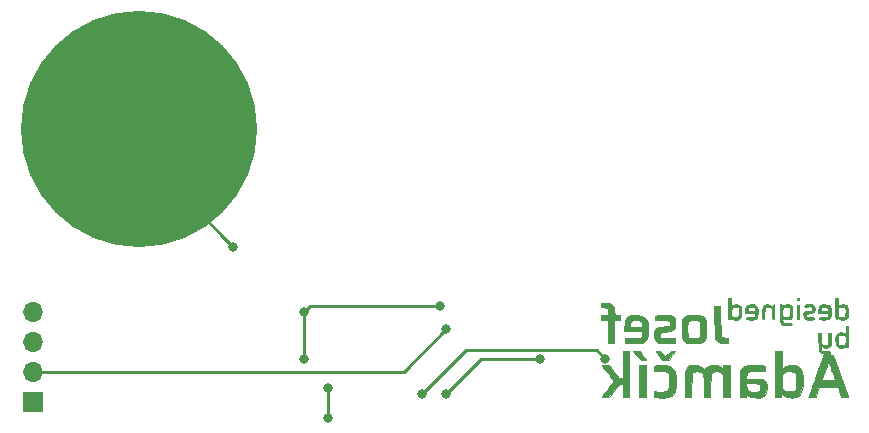
<source format=gbr>
G04 #@! TF.GenerationSoftware,KiCad,Pcbnew,5.1.4-e60b266~84~ubuntu19.04.1*
G04 #@! TF.CreationDate,2019-09-15T18:03:26+02:00*
G04 #@! TF.ProjectId,TouchSensorDev,546f7563-6853-4656-9e73-6f724465762e,rev?*
G04 #@! TF.SameCoordinates,Original*
G04 #@! TF.FileFunction,Copper,L2,Bot*
G04 #@! TF.FilePolarity,Positive*
%FSLAX46Y46*%
G04 Gerber Fmt 4.6, Leading zero omitted, Abs format (unit mm)*
G04 Created by KiCad (PCBNEW 5.1.4-e60b266~84~ubuntu19.04.1) date 2019-09-15 18:03:26*
%MOMM*%
%LPD*%
G04 APERTURE LIST*
%ADD10C,0.010000*%
%ADD11C,20.000000*%
%ADD12O,1.700000X1.700000*%
%ADD13R,1.700000X1.700000*%
%ADD14C,0.800000*%
%ADD15C,0.250000*%
G04 APERTURE END LIST*
D10*
G36*
X86362494Y-54274917D02*
G01*
X86373500Y-56232833D01*
X86881500Y-56232833D01*
X86894787Y-56071600D01*
X86908074Y-55910366D01*
X87069772Y-56056451D01*
X87271611Y-56186150D01*
X87523829Y-56265937D01*
X87805757Y-56291945D01*
X88096720Y-56260305D01*
X88125135Y-56253912D01*
X88331315Y-56172643D01*
X88490986Y-56034111D01*
X88607517Y-55832924D01*
X88684274Y-55563689D01*
X88718636Y-55303764D01*
X88738589Y-54858679D01*
X88719345Y-54470995D01*
X88681505Y-54257002D01*
X88151500Y-54257002D01*
X88151500Y-55541664D01*
X88028010Y-55647885D01*
X87959988Y-55700294D01*
X87891202Y-55730627D01*
X87797991Y-55743443D01*
X87656692Y-55743302D01*
X87552707Y-55739470D01*
X87374248Y-55729444D01*
X87256906Y-55712993D01*
X87177131Y-55683490D01*
X87111374Y-55634310D01*
X87083530Y-55607454D01*
X87037228Y-55558888D01*
X87005055Y-55511240D01*
X86984440Y-55448895D01*
X86972810Y-55356235D01*
X86967594Y-55217643D01*
X86966218Y-55017502D01*
X86966167Y-54894898D01*
X86966167Y-54299721D01*
X87104418Y-54176194D01*
X87181221Y-54113637D01*
X87255007Y-54076698D01*
X87351358Y-54058710D01*
X87495854Y-54053004D01*
X87578307Y-54052667D01*
X87755009Y-54055865D01*
X87871887Y-54069167D01*
X87953663Y-54098129D01*
X88025057Y-54148310D01*
X88032723Y-54154834D01*
X88151500Y-54257002D01*
X88681505Y-54257002D01*
X88661778Y-54145445D01*
X88566762Y-53886766D01*
X88435169Y-53699694D01*
X88420203Y-53685268D01*
X88257693Y-53585263D01*
X88045247Y-53526090D01*
X87804817Y-53506397D01*
X87558357Y-53524833D01*
X87327819Y-53580045D01*
X87135156Y-53670681D01*
X87020025Y-53771487D01*
X86994224Y-53799569D01*
X86975305Y-53803760D01*
X86962183Y-53774078D01*
X86953774Y-53700541D01*
X86948992Y-53573168D01*
X86946755Y-53381977D01*
X86945977Y-53116987D01*
X86945941Y-53089583D01*
X86945000Y-52317000D01*
X86351488Y-52317000D01*
X86362494Y-54274917D01*
X86362494Y-54274917D01*
G37*
X86362494Y-54274917D02*
X86373500Y-56232833D01*
X86881500Y-56232833D01*
X86894787Y-56071600D01*
X86908074Y-55910366D01*
X87069772Y-56056451D01*
X87271611Y-56186150D01*
X87523829Y-56265937D01*
X87805757Y-56291945D01*
X88096720Y-56260305D01*
X88125135Y-56253912D01*
X88331315Y-56172643D01*
X88490986Y-56034111D01*
X88607517Y-55832924D01*
X88684274Y-55563689D01*
X88718636Y-55303764D01*
X88738589Y-54858679D01*
X88719345Y-54470995D01*
X88681505Y-54257002D01*
X88151500Y-54257002D01*
X88151500Y-55541664D01*
X88028010Y-55647885D01*
X87959988Y-55700294D01*
X87891202Y-55730627D01*
X87797991Y-55743443D01*
X87656692Y-55743302D01*
X87552707Y-55739470D01*
X87374248Y-55729444D01*
X87256906Y-55712993D01*
X87177131Y-55683490D01*
X87111374Y-55634310D01*
X87083530Y-55607454D01*
X87037228Y-55558888D01*
X87005055Y-55511240D01*
X86984440Y-55448895D01*
X86972810Y-55356235D01*
X86967594Y-55217643D01*
X86966218Y-55017502D01*
X86966167Y-54894898D01*
X86966167Y-54299721D01*
X87104418Y-54176194D01*
X87181221Y-54113637D01*
X87255007Y-54076698D01*
X87351358Y-54058710D01*
X87495854Y-54053004D01*
X87578307Y-54052667D01*
X87755009Y-54055865D01*
X87871887Y-54069167D01*
X87953663Y-54098129D01*
X88025057Y-54148310D01*
X88032723Y-54154834D01*
X88151500Y-54257002D01*
X88681505Y-54257002D01*
X88661778Y-54145445D01*
X88566762Y-53886766D01*
X88435169Y-53699694D01*
X88420203Y-53685268D01*
X88257693Y-53585263D01*
X88045247Y-53526090D01*
X87804817Y-53506397D01*
X87558357Y-53524833D01*
X87327819Y-53580045D01*
X87135156Y-53670681D01*
X87020025Y-53771487D01*
X86994224Y-53799569D01*
X86975305Y-53803760D01*
X86962183Y-53774078D01*
X86953774Y-53700541D01*
X86948992Y-53573168D01*
X86946755Y-53381977D01*
X86945977Y-53116987D01*
X86945941Y-53089583D01*
X86945000Y-52317000D01*
X86351488Y-52317000D01*
X86362494Y-54274917D01*
G36*
X84413923Y-53528882D02*
G01*
X84191464Y-53538449D01*
X84006046Y-53552444D01*
X83877455Y-53570587D01*
X83846200Y-53579001D01*
X83672616Y-53678502D01*
X83523562Y-53832345D01*
X83423776Y-54012331D01*
X83403558Y-54083511D01*
X83394327Y-54171083D01*
X83385975Y-54328993D01*
X83378924Y-54542914D01*
X83373593Y-54798520D01*
X83370401Y-55081483D01*
X83369720Y-55238000D01*
X83367833Y-56232833D01*
X83875833Y-56232833D01*
X83918167Y-55907509D01*
X84024000Y-56022710D01*
X84138358Y-56120723D01*
X84265996Y-56195916D01*
X84267332Y-56196488D01*
X84405476Y-56234986D01*
X84595514Y-56262614D01*
X84805120Y-56277200D01*
X85001970Y-56276572D01*
X85153739Y-56258558D01*
X85161801Y-56256600D01*
X85377787Y-56167169D01*
X85533460Y-56022583D01*
X85630906Y-55819640D01*
X85672212Y-55555141D01*
X85674005Y-55470833D01*
X85670776Y-55432661D01*
X85124667Y-55432661D01*
X85114368Y-55580752D01*
X85074898Y-55681822D01*
X84993394Y-55744374D01*
X84856997Y-55776912D01*
X84652843Y-55787940D01*
X84586749Y-55788333D01*
X84410063Y-55786039D01*
X84293539Y-55775118D01*
X84212714Y-55749507D01*
X84143122Y-55703146D01*
X84102824Y-55668445D01*
X84020911Y-55582007D01*
X83975745Y-55487796D01*
X83952650Y-55351536D01*
X83948747Y-55308611D01*
X83928849Y-55068667D01*
X84449341Y-55068667D01*
X84702537Y-55071495D01*
X84883260Y-55084335D01*
X85003630Y-55113720D01*
X85075770Y-55166184D01*
X85111801Y-55248260D01*
X85123844Y-55366481D01*
X85124667Y-55432661D01*
X85670776Y-55432661D01*
X85649580Y-55182133D01*
X85577454Y-54961640D01*
X85456523Y-54806870D01*
X85348273Y-54738990D01*
X85265667Y-54709159D01*
X85161786Y-54688661D01*
X85020878Y-54676106D01*
X84827191Y-54670102D01*
X84564971Y-54669257D01*
X84559226Y-54669282D01*
X83930286Y-54672064D01*
X83948187Y-54424583D01*
X83960279Y-54290118D01*
X83981938Y-54190452D01*
X84024571Y-54120373D01*
X84099583Y-54074675D01*
X84218380Y-54048145D01*
X84392368Y-54035576D01*
X84632953Y-54031758D01*
X84808825Y-54031500D01*
X85505715Y-54031500D01*
X85505691Y-53810056D01*
X85501932Y-53679152D01*
X85483152Y-53608272D01*
X85438040Y-53572858D01*
X85389250Y-53557226D01*
X85278405Y-53540469D01*
X85105663Y-53529535D01*
X84890810Y-53524145D01*
X84653634Y-53524021D01*
X84413923Y-53528882D01*
X84413923Y-53528882D01*
G37*
X84413923Y-53528882D02*
X84191464Y-53538449D01*
X84006046Y-53552444D01*
X83877455Y-53570587D01*
X83846200Y-53579001D01*
X83672616Y-53678502D01*
X83523562Y-53832345D01*
X83423776Y-54012331D01*
X83403558Y-54083511D01*
X83394327Y-54171083D01*
X83385975Y-54328993D01*
X83378924Y-54542914D01*
X83373593Y-54798520D01*
X83370401Y-55081483D01*
X83369720Y-55238000D01*
X83367833Y-56232833D01*
X83875833Y-56232833D01*
X83918167Y-55907509D01*
X84024000Y-56022710D01*
X84138358Y-56120723D01*
X84265996Y-56195916D01*
X84267332Y-56196488D01*
X84405476Y-56234986D01*
X84595514Y-56262614D01*
X84805120Y-56277200D01*
X85001970Y-56276572D01*
X85153739Y-56258558D01*
X85161801Y-56256600D01*
X85377787Y-56167169D01*
X85533460Y-56022583D01*
X85630906Y-55819640D01*
X85672212Y-55555141D01*
X85674005Y-55470833D01*
X85670776Y-55432661D01*
X85124667Y-55432661D01*
X85114368Y-55580752D01*
X85074898Y-55681822D01*
X84993394Y-55744374D01*
X84856997Y-55776912D01*
X84652843Y-55787940D01*
X84586749Y-55788333D01*
X84410063Y-55786039D01*
X84293539Y-55775118D01*
X84212714Y-55749507D01*
X84143122Y-55703146D01*
X84102824Y-55668445D01*
X84020911Y-55582007D01*
X83975745Y-55487796D01*
X83952650Y-55351536D01*
X83948747Y-55308611D01*
X83928849Y-55068667D01*
X84449341Y-55068667D01*
X84702537Y-55071495D01*
X84883260Y-55084335D01*
X85003630Y-55113720D01*
X85075770Y-55166184D01*
X85111801Y-55248260D01*
X85123844Y-55366481D01*
X85124667Y-55432661D01*
X85670776Y-55432661D01*
X85649580Y-55182133D01*
X85577454Y-54961640D01*
X85456523Y-54806870D01*
X85348273Y-54738990D01*
X85265667Y-54709159D01*
X85161786Y-54688661D01*
X85020878Y-54676106D01*
X84827191Y-54670102D01*
X84564971Y-54669257D01*
X84559226Y-54669282D01*
X83930286Y-54672064D01*
X83948187Y-54424583D01*
X83960279Y-54290118D01*
X83981938Y-54190452D01*
X84024571Y-54120373D01*
X84099583Y-54074675D01*
X84218380Y-54048145D01*
X84392368Y-54035576D01*
X84632953Y-54031758D01*
X84808825Y-54031500D01*
X85505715Y-54031500D01*
X85505691Y-53810056D01*
X85501932Y-53679152D01*
X85483152Y-53608272D01*
X85438040Y-53572858D01*
X85389250Y-53557226D01*
X85278405Y-53540469D01*
X85105663Y-53529535D01*
X84890810Y-53524145D01*
X84653634Y-53524021D01*
X84413923Y-53528882D01*
G36*
X76636833Y-53514681D02*
G01*
X76417725Y-53529475D01*
X76269372Y-53547591D01*
X76177981Y-53576842D01*
X76129762Y-53625042D01*
X76110922Y-53700004D01*
X76107668Y-53809540D01*
X76107667Y-53814451D01*
X76107667Y-54032844D01*
X76566811Y-54017129D01*
X76791739Y-54012510D01*
X76951173Y-54017835D01*
X77063884Y-54034776D01*
X77148639Y-54065005D01*
X77158223Y-54069811D01*
X77249283Y-54125215D01*
X77314171Y-54191891D01*
X77357183Y-54284330D01*
X77382616Y-54417023D01*
X77394768Y-54604458D01*
X77397934Y-54861126D01*
X77397933Y-54878167D01*
X77391245Y-55184426D01*
X77365449Y-55415997D01*
X77311411Y-55582265D01*
X77219998Y-55692618D01*
X77082078Y-55756443D01*
X76888518Y-55783127D01*
X76630184Y-55782058D01*
X76523541Y-55776907D01*
X76107667Y-55753991D01*
X76107667Y-55978300D01*
X76116636Y-56128200D01*
X76145769Y-56208197D01*
X76171144Y-56226966D01*
X76261001Y-56244981D01*
X76412393Y-56259204D01*
X76602252Y-56269079D01*
X76807507Y-56274048D01*
X77005091Y-56273554D01*
X77171932Y-56267038D01*
X77284962Y-56253944D01*
X77285200Y-56253893D01*
X77542349Y-56164456D01*
X77736389Y-56018615D01*
X77859295Y-55834473D01*
X77893268Y-55752855D01*
X77917511Y-55667655D01*
X77933624Y-55562995D01*
X77943203Y-55422996D01*
X77947848Y-55231777D01*
X77949158Y-54973459D01*
X77949167Y-54941667D01*
X77947531Y-54663331D01*
X77941726Y-54453869D01*
X77930403Y-54297535D01*
X77912214Y-54178584D01*
X77885813Y-54081268D01*
X77872336Y-54044056D01*
X77760229Y-53836997D01*
X77600624Y-53682523D01*
X77387457Y-53578035D01*
X77114668Y-53520937D01*
X76776192Y-53508631D01*
X76636833Y-53514681D01*
X76636833Y-53514681D01*
G37*
X76636833Y-53514681D02*
X76417725Y-53529475D01*
X76269372Y-53547591D01*
X76177981Y-53576842D01*
X76129762Y-53625042D01*
X76110922Y-53700004D01*
X76107668Y-53809540D01*
X76107667Y-53814451D01*
X76107667Y-54032844D01*
X76566811Y-54017129D01*
X76791739Y-54012510D01*
X76951173Y-54017835D01*
X77063884Y-54034776D01*
X77148639Y-54065005D01*
X77158223Y-54069811D01*
X77249283Y-54125215D01*
X77314171Y-54191891D01*
X77357183Y-54284330D01*
X77382616Y-54417023D01*
X77394768Y-54604458D01*
X77397934Y-54861126D01*
X77397933Y-54878167D01*
X77391245Y-55184426D01*
X77365449Y-55415997D01*
X77311411Y-55582265D01*
X77219998Y-55692618D01*
X77082078Y-55756443D01*
X76888518Y-55783127D01*
X76630184Y-55782058D01*
X76523541Y-55776907D01*
X76107667Y-55753991D01*
X76107667Y-55978300D01*
X76116636Y-56128200D01*
X76145769Y-56208197D01*
X76171144Y-56226966D01*
X76261001Y-56244981D01*
X76412393Y-56259204D01*
X76602252Y-56269079D01*
X76807507Y-56274048D01*
X77005091Y-56273554D01*
X77171932Y-56267038D01*
X77284962Y-56253944D01*
X77285200Y-56253893D01*
X77542349Y-56164456D01*
X77736389Y-56018615D01*
X77859295Y-55834473D01*
X77893268Y-55752855D01*
X77917511Y-55667655D01*
X77933624Y-55562995D01*
X77943203Y-55422996D01*
X77947848Y-55231777D01*
X77949158Y-54973459D01*
X77949167Y-54941667D01*
X77947531Y-54663331D01*
X77941726Y-54453869D01*
X77930403Y-54297535D01*
X77912214Y-54178584D01*
X77885813Y-54081268D01*
X77872336Y-54044056D01*
X77760229Y-53836997D01*
X77600624Y-53682523D01*
X77387457Y-53578035D01*
X77114668Y-53520937D01*
X76776192Y-53508631D01*
X76636833Y-53514681D01*
G36*
X89848135Y-54379810D02*
G01*
X89716225Y-54749101D01*
X89592798Y-55094695D01*
X89480835Y-55408242D01*
X89383316Y-55681394D01*
X89303221Y-55905803D01*
X89243530Y-56073119D01*
X89207224Y-56174996D01*
X89197270Y-56203044D01*
X89206404Y-56231638D01*
X89267668Y-56246107D01*
X89393837Y-56248323D01*
X89486323Y-56245378D01*
X89794542Y-56232833D01*
X89952890Y-55809500D01*
X90111239Y-55386167D01*
X91663431Y-55386167D01*
X91967059Y-56232833D01*
X92574929Y-56257701D01*
X92427357Y-55843100D01*
X92377186Y-55702550D01*
X92302997Y-55495268D01*
X92209430Y-55234190D01*
X92101125Y-54932252D01*
X92058918Y-54814667D01*
X91471926Y-54814667D01*
X90293089Y-54814667D01*
X90350518Y-54655917D01*
X90386741Y-54555573D01*
X90444022Y-54396657D01*
X90514758Y-54200264D01*
X90591351Y-53987489D01*
X90598364Y-53968000D01*
X90674157Y-53758551D01*
X90744128Y-53567326D01*
X90801008Y-53414046D01*
X90837530Y-53318432D01*
X90840174Y-53311833D01*
X90891566Y-53184833D01*
X90967174Y-53396500D01*
X91008866Y-53513389D01*
X91071462Y-53689101D01*
X91147502Y-53902683D01*
X91229525Y-54133185D01*
X91257355Y-54211417D01*
X91471926Y-54814667D01*
X92058918Y-54814667D01*
X91982722Y-54602392D01*
X91858861Y-54257546D01*
X91777625Y-54031500D01*
X91275466Y-52634500D01*
X90877650Y-52622976D01*
X90479833Y-52611453D01*
X89848135Y-54379810D01*
X89848135Y-54379810D01*
G37*
X89848135Y-54379810D02*
X89716225Y-54749101D01*
X89592798Y-55094695D01*
X89480835Y-55408242D01*
X89383316Y-55681394D01*
X89303221Y-55905803D01*
X89243530Y-56073119D01*
X89207224Y-56174996D01*
X89197270Y-56203044D01*
X89206404Y-56231638D01*
X89267668Y-56246107D01*
X89393837Y-56248323D01*
X89486323Y-56245378D01*
X89794542Y-56232833D01*
X89952890Y-55809500D01*
X90111239Y-55386167D01*
X91663431Y-55386167D01*
X91967059Y-56232833D01*
X92574929Y-56257701D01*
X92427357Y-55843100D01*
X92377186Y-55702550D01*
X92302997Y-55495268D01*
X92209430Y-55234190D01*
X92101125Y-54932252D01*
X92058918Y-54814667D01*
X91471926Y-54814667D01*
X90293089Y-54814667D01*
X90350518Y-54655917D01*
X90386741Y-54555573D01*
X90444022Y-54396657D01*
X90514758Y-54200264D01*
X90591351Y-53987489D01*
X90598364Y-53968000D01*
X90674157Y-53758551D01*
X90744128Y-53567326D01*
X90801008Y-53414046D01*
X90837530Y-53318432D01*
X90840174Y-53311833D01*
X90891566Y-53184833D01*
X90967174Y-53396500D01*
X91008866Y-53513389D01*
X91071462Y-53689101D01*
X91147502Y-53902683D01*
X91229525Y-54133185D01*
X91257355Y-54211417D01*
X91471926Y-54814667D01*
X92058918Y-54814667D01*
X91982722Y-54602392D01*
X91858861Y-54257546D01*
X91777625Y-54031500D01*
X91275466Y-52634500D01*
X90877650Y-52622976D01*
X90479833Y-52611453D01*
X89848135Y-54379810D01*
G36*
X80983910Y-53508702D02*
G01*
X80762796Y-53564169D01*
X80576624Y-53664138D01*
X80443776Y-53807689D01*
X80436005Y-53821023D01*
X80404545Y-53851788D01*
X80355919Y-53836321D01*
X80272416Y-53767267D01*
X80245000Y-53741698D01*
X80039238Y-53604538D01*
X79779759Y-53526231D01*
X79476083Y-53509329D01*
X79398172Y-53514648D01*
X79174059Y-53556347D01*
X79006948Y-53642748D01*
X78875492Y-53786460D01*
X78838167Y-53845425D01*
X78812551Y-53894446D01*
X78792419Y-53951423D01*
X78776946Y-54027065D01*
X78765307Y-54132080D01*
X78756678Y-54277175D01*
X78750233Y-54473059D01*
X78745147Y-54730440D01*
X78740596Y-55060025D01*
X78739845Y-55121583D01*
X78726189Y-56254000D01*
X79275951Y-56254000D01*
X79289892Y-55234205D01*
X79294448Y-54914770D01*
X79299016Y-54669240D01*
X79304708Y-54486857D01*
X79312638Y-54356866D01*
X79323917Y-54268510D01*
X79339660Y-54211035D01*
X79360980Y-54173683D01*
X79388987Y-54145700D01*
X79403773Y-54133538D01*
X79513048Y-54084248D01*
X79672593Y-54056346D01*
X79850348Y-54051475D01*
X80014252Y-54071274D01*
X80097873Y-54098012D01*
X80165106Y-54133026D01*
X80217333Y-54176357D01*
X80256632Y-54238538D01*
X80285083Y-54330106D01*
X80304764Y-54461595D01*
X80317756Y-54643542D01*
X80326136Y-54886481D01*
X80331983Y-55200947D01*
X80333278Y-55290917D01*
X80346723Y-56254000D01*
X80891333Y-56254000D01*
X80894424Y-55439083D01*
X80897994Y-55061823D01*
X80906150Y-54760766D01*
X80919813Y-54527528D01*
X80939908Y-54353724D01*
X80967358Y-54230969D01*
X81003086Y-54150881D01*
X81040795Y-54109985D01*
X81133809Y-54075987D01*
X81288924Y-54056241D01*
X81405064Y-54052667D01*
X81571087Y-54057666D01*
X81681408Y-54077480D01*
X81764648Y-54119327D01*
X81809723Y-54154751D01*
X81928500Y-54256836D01*
X81949667Y-55244835D01*
X81970833Y-56232833D01*
X82256583Y-56245351D01*
X82542333Y-56257868D01*
X82542333Y-53544667D01*
X81992000Y-53544667D01*
X81992000Y-53896321D01*
X81850138Y-53750250D01*
X81673079Y-53618510D01*
X81457433Y-53534952D01*
X81221582Y-53498656D01*
X80983910Y-53508702D01*
X80983910Y-53508702D01*
G37*
X80983910Y-53508702D02*
X80762796Y-53564169D01*
X80576624Y-53664138D01*
X80443776Y-53807689D01*
X80436005Y-53821023D01*
X80404545Y-53851788D01*
X80355919Y-53836321D01*
X80272416Y-53767267D01*
X80245000Y-53741698D01*
X80039238Y-53604538D01*
X79779759Y-53526231D01*
X79476083Y-53509329D01*
X79398172Y-53514648D01*
X79174059Y-53556347D01*
X79006948Y-53642748D01*
X78875492Y-53786460D01*
X78838167Y-53845425D01*
X78812551Y-53894446D01*
X78792419Y-53951423D01*
X78776946Y-54027065D01*
X78765307Y-54132080D01*
X78756678Y-54277175D01*
X78750233Y-54473059D01*
X78745147Y-54730440D01*
X78740596Y-55060025D01*
X78739845Y-55121583D01*
X78726189Y-56254000D01*
X79275951Y-56254000D01*
X79289892Y-55234205D01*
X79294448Y-54914770D01*
X79299016Y-54669240D01*
X79304708Y-54486857D01*
X79312638Y-54356866D01*
X79323917Y-54268510D01*
X79339660Y-54211035D01*
X79360980Y-54173683D01*
X79388987Y-54145700D01*
X79403773Y-54133538D01*
X79513048Y-54084248D01*
X79672593Y-54056346D01*
X79850348Y-54051475D01*
X80014252Y-54071274D01*
X80097873Y-54098012D01*
X80165106Y-54133026D01*
X80217333Y-54176357D01*
X80256632Y-54238538D01*
X80285083Y-54330106D01*
X80304764Y-54461595D01*
X80317756Y-54643542D01*
X80326136Y-54886481D01*
X80331983Y-55200947D01*
X80333278Y-55290917D01*
X80346723Y-56254000D01*
X80891333Y-56254000D01*
X80894424Y-55439083D01*
X80897994Y-55061823D01*
X80906150Y-54760766D01*
X80919813Y-54527528D01*
X80939908Y-54353724D01*
X80967358Y-54230969D01*
X81003086Y-54150881D01*
X81040795Y-54109985D01*
X81133809Y-54075987D01*
X81288924Y-54056241D01*
X81405064Y-54052667D01*
X81571087Y-54057666D01*
X81681408Y-54077480D01*
X81764648Y-54119327D01*
X81809723Y-54154751D01*
X81928500Y-54256836D01*
X81949667Y-55244835D01*
X81970833Y-56232833D01*
X82256583Y-56245351D01*
X82542333Y-56257868D01*
X82542333Y-53544667D01*
X81992000Y-53544667D01*
X81992000Y-53896321D01*
X81850138Y-53750250D01*
X81673079Y-53618510D01*
X81457433Y-53534952D01*
X81221582Y-53498656D01*
X80983910Y-53508702D01*
G36*
X74880000Y-56254000D02*
G01*
X75430333Y-56254000D01*
X75430333Y-53544667D01*
X74880000Y-53544667D01*
X74880000Y-56254000D01*
X74880000Y-56254000D01*
G37*
X74880000Y-56254000D02*
X75430333Y-56254000D01*
X75430333Y-53544667D01*
X74880000Y-53544667D01*
X74880000Y-56254000D01*
G36*
X73473097Y-53470583D02*
G01*
X73461833Y-54624167D01*
X73325972Y-54637304D01*
X73272953Y-54638524D01*
X73223370Y-54624816D01*
X73167448Y-54586950D01*
X73095410Y-54515694D01*
X72997481Y-54401819D01*
X72863885Y-54236093D01*
X72754472Y-54097695D01*
X72318833Y-53544949D01*
X72008272Y-53544808D01*
X71697710Y-53544667D01*
X71922051Y-53830417D01*
X72058443Y-54003652D01*
X72217612Y-54205093D01*
X72369537Y-54396756D01*
X72398871Y-54433667D01*
X72512466Y-54576789D01*
X72608297Y-54698030D01*
X72672554Y-54779895D01*
X72689161Y-54801436D01*
X72679467Y-54854097D01*
X72616259Y-54967762D01*
X72498985Y-55143277D01*
X72327097Y-55381488D01*
X72215986Y-55530367D01*
X72060581Y-55737838D01*
X71924209Y-55921942D01*
X71814536Y-56072164D01*
X71739225Y-56177989D01*
X71705941Y-56228898D01*
X71705000Y-56231515D01*
X71743820Y-56242415D01*
X71846251Y-56250375D01*
X71991247Y-56253861D01*
X72011917Y-56253906D01*
X72318833Y-56253811D01*
X72742167Y-55703667D01*
X72899880Y-55499754D01*
X73016567Y-55353647D01*
X73102407Y-55255726D01*
X73167577Y-55196369D01*
X73222257Y-55165953D01*
X73276624Y-55154858D01*
X73324250Y-55153427D01*
X73483000Y-55153333D01*
X73483000Y-56254000D01*
X74033333Y-56254000D01*
X74033333Y-52317000D01*
X73484361Y-52317000D01*
X73473097Y-53470583D01*
X73473097Y-53470583D01*
G37*
X73473097Y-53470583D02*
X73461833Y-54624167D01*
X73325972Y-54637304D01*
X73272953Y-54638524D01*
X73223370Y-54624816D01*
X73167448Y-54586950D01*
X73095410Y-54515694D01*
X72997481Y-54401819D01*
X72863885Y-54236093D01*
X72754472Y-54097695D01*
X72318833Y-53544949D01*
X72008272Y-53544808D01*
X71697710Y-53544667D01*
X71922051Y-53830417D01*
X72058443Y-54003652D01*
X72217612Y-54205093D01*
X72369537Y-54396756D01*
X72398871Y-54433667D01*
X72512466Y-54576789D01*
X72608297Y-54698030D01*
X72672554Y-54779895D01*
X72689161Y-54801436D01*
X72679467Y-54854097D01*
X72616259Y-54967762D01*
X72498985Y-55143277D01*
X72327097Y-55381488D01*
X72215986Y-55530367D01*
X72060581Y-55737838D01*
X71924209Y-55921942D01*
X71814536Y-56072164D01*
X71739225Y-56177989D01*
X71705941Y-56228898D01*
X71705000Y-56231515D01*
X71743820Y-56242415D01*
X71846251Y-56250375D01*
X71991247Y-56253861D01*
X72011917Y-56253906D01*
X72318833Y-56253811D01*
X72742167Y-55703667D01*
X72899880Y-55499754D01*
X73016567Y-55353647D01*
X73102407Y-55255726D01*
X73167577Y-55196369D01*
X73222257Y-55165953D01*
X73276624Y-55154858D01*
X73324250Y-55153427D01*
X73483000Y-55153333D01*
X73483000Y-56254000D01*
X74033333Y-56254000D01*
X74033333Y-52317000D01*
X73484361Y-52317000D01*
X73473097Y-53470583D01*
G36*
X76351646Y-52322086D02*
G01*
X76284924Y-52334930D01*
X76277000Y-52342161D01*
X76300293Y-52384865D01*
X76363194Y-52480322D01*
X76455240Y-52613010D01*
X76533884Y-52723161D01*
X76790768Y-53079000D01*
X77073634Y-53077644D01*
X77356500Y-53076287D01*
X77621586Y-52707227D01*
X77886673Y-52338167D01*
X77694708Y-52325224D01*
X77593716Y-52322098D01*
X77518784Y-52337550D01*
X77446877Y-52384211D01*
X77354962Y-52474713D01*
X77286128Y-52549294D01*
X77069513Y-52786305D01*
X76860370Y-52551652D01*
X76747791Y-52429886D01*
X76665523Y-52359527D01*
X76590036Y-52326642D01*
X76497799Y-52317296D01*
X76464114Y-52317000D01*
X76351646Y-52322086D01*
X76351646Y-52322086D01*
G37*
X76351646Y-52322086D02*
X76284924Y-52334930D01*
X76277000Y-52342161D01*
X76300293Y-52384865D01*
X76363194Y-52480322D01*
X76455240Y-52613010D01*
X76533884Y-52723161D01*
X76790768Y-53079000D01*
X77073634Y-53077644D01*
X77356500Y-53076287D01*
X77621586Y-52707227D01*
X77886673Y-52338167D01*
X77694708Y-52325224D01*
X77593716Y-52322098D01*
X77518784Y-52337550D01*
X77446877Y-52384211D01*
X77354962Y-52474713D01*
X77286128Y-52549294D01*
X77069513Y-52786305D01*
X76860370Y-52551652D01*
X76747791Y-52429886D01*
X76665523Y-52359527D01*
X76590036Y-52326642D01*
X76497799Y-52317296D01*
X76464114Y-52317000D01*
X76351646Y-52322086D01*
G36*
X74395531Y-52412250D02*
G01*
X74459986Y-52485031D01*
X74565163Y-52598646D01*
X74692659Y-52733324D01*
X74750207Y-52793250D01*
X74881669Y-52927163D01*
X74974926Y-53010989D01*
X75049654Y-53056434D01*
X75125532Y-53075200D01*
X75222236Y-53078993D01*
X75230613Y-53079000D01*
X75355211Y-53073106D01*
X75407021Y-53053148D01*
X75404386Y-53026083D01*
X75367385Y-52969901D01*
X75293846Y-52863163D01*
X75196461Y-52724194D01*
X75140475Y-52645083D01*
X74907507Y-52317000D01*
X74316545Y-52317000D01*
X74395531Y-52412250D01*
X74395531Y-52412250D01*
G37*
X74395531Y-52412250D02*
X74459986Y-52485031D01*
X74565163Y-52598646D01*
X74692659Y-52733324D01*
X74750207Y-52793250D01*
X74881669Y-52927163D01*
X74974926Y-53010989D01*
X75049654Y-53056434D01*
X75125532Y-53075200D01*
X75222236Y-53078993D01*
X75230613Y-53079000D01*
X75355211Y-53073106D01*
X75407021Y-53053148D01*
X75404386Y-53026083D01*
X75367385Y-52969901D01*
X75293846Y-52863163D01*
X75196461Y-52724194D01*
X75140475Y-52645083D01*
X74907507Y-52317000D01*
X74316545Y-52317000D01*
X74395531Y-52412250D01*
G36*
X90882000Y-51271367D02*
G01*
X90877068Y-51525059D01*
X90862395Y-51698934D01*
X90838169Y-51791050D01*
X90831200Y-51800533D01*
X90747220Y-51837498D01*
X90618261Y-51849721D01*
X90480102Y-51837887D01*
X90368524Y-51802683D01*
X90350341Y-51791322D01*
X90313385Y-51754117D01*
X90288142Y-51695570D01*
X90271624Y-51599304D01*
X90260846Y-51448945D01*
X90253838Y-51262155D01*
X90239509Y-50793000D01*
X90024669Y-50793000D01*
X90045401Y-51523250D01*
X90054031Y-51768100D01*
X90064897Y-51987080D01*
X90076978Y-52164600D01*
X90089253Y-52285068D01*
X90098197Y-52329149D01*
X90180371Y-52427213D01*
X90331793Y-52491794D01*
X90556321Y-52524150D01*
X90710565Y-52528667D01*
X90880380Y-52526739D01*
X90982397Y-52518317D01*
X91033446Y-52499440D01*
X91050357Y-52466148D01*
X91051333Y-52448482D01*
X91041972Y-52407781D01*
X91002713Y-52381890D01*
X90916799Y-52366058D01*
X90767470Y-52355532D01*
X90714555Y-52353004D01*
X90549825Y-52340105D01*
X90416225Y-52319679D01*
X90337807Y-52295658D01*
X90330215Y-52290148D01*
X90295081Y-52220519D01*
X90265170Y-52104440D01*
X90258572Y-52063052D01*
X90234491Y-51883518D01*
X90335996Y-51947056D01*
X90459202Y-52006788D01*
X90555503Y-52038001D01*
X90691577Y-52045329D01*
X90840559Y-52018231D01*
X90970405Y-51965962D01*
X91049072Y-51897775D01*
X91050614Y-51895012D01*
X91067466Y-51822530D01*
X91081226Y-51685314D01*
X91090441Y-51503282D01*
X91093667Y-51303783D01*
X91093667Y-50793000D01*
X90882000Y-50793000D01*
X90882000Y-51271367D01*
X90882000Y-51271367D01*
G37*
X90882000Y-51271367D02*
X90877068Y-51525059D01*
X90862395Y-51698934D01*
X90838169Y-51791050D01*
X90831200Y-51800533D01*
X90747220Y-51837498D01*
X90618261Y-51849721D01*
X90480102Y-51837887D01*
X90368524Y-51802683D01*
X90350341Y-51791322D01*
X90313385Y-51754117D01*
X90288142Y-51695570D01*
X90271624Y-51599304D01*
X90260846Y-51448945D01*
X90253838Y-51262155D01*
X90239509Y-50793000D01*
X90024669Y-50793000D01*
X90045401Y-51523250D01*
X90054031Y-51768100D01*
X90064897Y-51987080D01*
X90076978Y-52164600D01*
X90089253Y-52285068D01*
X90098197Y-52329149D01*
X90180371Y-52427213D01*
X90331793Y-52491794D01*
X90556321Y-52524150D01*
X90710565Y-52528667D01*
X90880380Y-52526739D01*
X90982397Y-52518317D01*
X91033446Y-52499440D01*
X91050357Y-52466148D01*
X91051333Y-52448482D01*
X91041972Y-52407781D01*
X91002713Y-52381890D01*
X90916799Y-52366058D01*
X90767470Y-52355532D01*
X90714555Y-52353004D01*
X90549825Y-52340105D01*
X90416225Y-52319679D01*
X90337807Y-52295658D01*
X90330215Y-52290148D01*
X90295081Y-52220519D01*
X90265170Y-52104440D01*
X90258572Y-52063052D01*
X90234491Y-51883518D01*
X90335996Y-51947056D01*
X90459202Y-52006788D01*
X90555503Y-52038001D01*
X90691577Y-52045329D01*
X90840559Y-52018231D01*
X90970405Y-51965962D01*
X91049072Y-51897775D01*
X91050614Y-51895012D01*
X91067466Y-51822530D01*
X91081226Y-51685314D01*
X91090441Y-51503282D01*
X91093667Y-51303783D01*
X91093667Y-50793000D01*
X90882000Y-50793000D01*
X90882000Y-51271367D01*
G36*
X92418423Y-50203596D02*
G01*
X92387169Y-50224512D01*
X92370870Y-50279773D01*
X92364659Y-50386071D01*
X92363667Y-50560099D01*
X92363667Y-50926145D01*
X92252124Y-50838406D01*
X92110159Y-50772438D01*
X91932107Y-50751591D01*
X91754836Y-50778022D01*
X91686333Y-50805311D01*
X91582997Y-50903586D01*
X91513218Y-51072963D01*
X91479800Y-51305658D01*
X91477292Y-51385667D01*
X91489539Y-51638194D01*
X91534020Y-51820505D01*
X91614281Y-51942041D01*
X91709064Y-52002882D01*
X91904651Y-52054049D01*
X92108587Y-52037721D01*
X92130833Y-52032552D01*
X92234623Y-51986602D01*
X92284353Y-51950969D01*
X92340847Y-51912151D01*
X92370981Y-51937793D01*
X92378274Y-51955339D01*
X92436317Y-52009154D01*
X92489338Y-52020667D01*
X92517639Y-52017757D01*
X92538934Y-52002008D01*
X92554220Y-51962890D01*
X92564492Y-51889870D01*
X92570744Y-51772420D01*
X92573971Y-51600008D01*
X92574942Y-51406833D01*
X92363667Y-51406833D01*
X92351368Y-51609690D01*
X92308277Y-51742871D01*
X92225104Y-51818593D01*
X92092558Y-51849072D01*
X92025624Y-51851333D01*
X91860119Y-51834918D01*
X91756770Y-51788524D01*
X91752857Y-51784809D01*
X91713873Y-51714989D01*
X91692624Y-51592574D01*
X91686333Y-51406833D01*
X91694285Y-51206893D01*
X91725320Y-51076613D01*
X91790204Y-51001884D01*
X91899707Y-50968600D01*
X92025624Y-50962333D01*
X92179896Y-50978506D01*
X92281181Y-51035167D01*
X92338768Y-51144533D01*
X92361947Y-51318819D01*
X92363667Y-51406833D01*
X92574942Y-51406833D01*
X92575168Y-51362103D01*
X92575333Y-51110500D01*
X92575333Y-50200333D01*
X92469500Y-50200333D01*
X92418423Y-50203596D01*
X92418423Y-50203596D01*
G37*
X92418423Y-50203596D02*
X92387169Y-50224512D01*
X92370870Y-50279773D01*
X92364659Y-50386071D01*
X92363667Y-50560099D01*
X92363667Y-50926145D01*
X92252124Y-50838406D01*
X92110159Y-50772438D01*
X91932107Y-50751591D01*
X91754836Y-50778022D01*
X91686333Y-50805311D01*
X91582997Y-50903586D01*
X91513218Y-51072963D01*
X91479800Y-51305658D01*
X91477292Y-51385667D01*
X91489539Y-51638194D01*
X91534020Y-51820505D01*
X91614281Y-51942041D01*
X91709064Y-52002882D01*
X91904651Y-52054049D01*
X92108587Y-52037721D01*
X92130833Y-52032552D01*
X92234623Y-51986602D01*
X92284353Y-51950969D01*
X92340847Y-51912151D01*
X92370981Y-51937793D01*
X92378274Y-51955339D01*
X92436317Y-52009154D01*
X92489338Y-52020667D01*
X92517639Y-52017757D01*
X92538934Y-52002008D01*
X92554220Y-51962890D01*
X92564492Y-51889870D01*
X92570744Y-51772420D01*
X92573971Y-51600008D01*
X92574942Y-51406833D01*
X92363667Y-51406833D01*
X92351368Y-51609690D01*
X92308277Y-51742871D01*
X92225104Y-51818593D01*
X92092558Y-51849072D01*
X92025624Y-51851333D01*
X91860119Y-51834918D01*
X91756770Y-51788524D01*
X91752857Y-51784809D01*
X91713873Y-51714989D01*
X91692624Y-51592574D01*
X91686333Y-51406833D01*
X91694285Y-51206893D01*
X91725320Y-51076613D01*
X91790204Y-51001884D01*
X91899707Y-50968600D01*
X92025624Y-50962333D01*
X92179896Y-50978506D01*
X92281181Y-51035167D01*
X92338768Y-51144533D01*
X92361947Y-51318819D01*
X92363667Y-51406833D01*
X92574942Y-51406833D01*
X92575168Y-51362103D01*
X92575333Y-51110500D01*
X92575333Y-50200333D01*
X92469500Y-50200333D01*
X92418423Y-50203596D01*
G36*
X79201659Y-49298262D02*
G01*
X78979481Y-49321292D01*
X78814488Y-49363942D01*
X78693369Y-49430006D01*
X78602813Y-49523280D01*
X78583824Y-49550631D01*
X78530321Y-49680917D01*
X78490999Y-49874308D01*
X78465735Y-50112222D01*
X78454409Y-50376073D01*
X78456898Y-50647277D01*
X78473082Y-50907251D01*
X78502839Y-51137408D01*
X78546049Y-51319165D01*
X78596064Y-51425633D01*
X78731821Y-51540909D01*
X78942136Y-51621365D01*
X79224023Y-51666168D01*
X79494333Y-51675814D01*
X79687782Y-51671294D01*
X79864264Y-51661311D01*
X79996077Y-51647659D01*
X80033023Y-51640897D01*
X80252296Y-51551056D01*
X80413656Y-51400164D01*
X80456536Y-51332351D01*
X80484862Y-51268697D01*
X80505212Y-51188126D01*
X80518816Y-51076569D01*
X80526906Y-50919953D01*
X80530712Y-50704206D01*
X80531500Y-50475500D01*
X80531485Y-50470770D01*
X80044667Y-50470770D01*
X80041846Y-50747638D01*
X80027457Y-50950784D01*
X79992614Y-51091110D01*
X79928430Y-51179520D01*
X79826018Y-51226916D01*
X79676490Y-51244199D01*
X79470961Y-51242273D01*
X79417351Y-51240354D01*
X79223538Y-51225455D01*
X79098969Y-51196217D01*
X79036351Y-51157498D01*
X79003676Y-51107747D01*
X78980610Y-51024962D01*
X78964881Y-50894152D01*
X78954223Y-50700326D01*
X78950531Y-50590410D01*
X78945733Y-50312057D01*
X78952375Y-50105520D01*
X78973817Y-49958331D01*
X79013418Y-49858026D01*
X79074539Y-49792139D01*
X79160538Y-49748205D01*
X79179325Y-49741528D01*
X79358853Y-49706845D01*
X79584149Y-49703303D01*
X79619694Y-49705621D01*
X79773552Y-49721596D01*
X79885024Y-49750804D01*
X79960912Y-49805491D01*
X80008016Y-49897900D01*
X80033137Y-50040277D01*
X80043075Y-50244865D01*
X80044667Y-50470770D01*
X80531485Y-50470770D01*
X80530593Y-50207008D01*
X80526913Y-50008632D01*
X80519023Y-49865834D01*
X80505483Y-49764073D01*
X80484855Y-49688811D01*
X80455702Y-49625506D01*
X80445655Y-49607667D01*
X80358502Y-49487117D01*
X80248689Y-49399842D01*
X80102618Y-49341315D01*
X79906686Y-49307009D01*
X79647294Y-49292399D01*
X79494333Y-49291056D01*
X79201659Y-49298262D01*
X79201659Y-49298262D01*
G37*
X79201659Y-49298262D02*
X78979481Y-49321292D01*
X78814488Y-49363942D01*
X78693369Y-49430006D01*
X78602813Y-49523280D01*
X78583824Y-49550631D01*
X78530321Y-49680917D01*
X78490999Y-49874308D01*
X78465735Y-50112222D01*
X78454409Y-50376073D01*
X78456898Y-50647277D01*
X78473082Y-50907251D01*
X78502839Y-51137408D01*
X78546049Y-51319165D01*
X78596064Y-51425633D01*
X78731821Y-51540909D01*
X78942136Y-51621365D01*
X79224023Y-51666168D01*
X79494333Y-51675814D01*
X79687782Y-51671294D01*
X79864264Y-51661311D01*
X79996077Y-51647659D01*
X80033023Y-51640897D01*
X80252296Y-51551056D01*
X80413656Y-51400164D01*
X80456536Y-51332351D01*
X80484862Y-51268697D01*
X80505212Y-51188126D01*
X80518816Y-51076569D01*
X80526906Y-50919953D01*
X80530712Y-50704206D01*
X80531500Y-50475500D01*
X80531485Y-50470770D01*
X80044667Y-50470770D01*
X80041846Y-50747638D01*
X80027457Y-50950784D01*
X79992614Y-51091110D01*
X79928430Y-51179520D01*
X79826018Y-51226916D01*
X79676490Y-51244199D01*
X79470961Y-51242273D01*
X79417351Y-51240354D01*
X79223538Y-51225455D01*
X79098969Y-51196217D01*
X79036351Y-51157498D01*
X79003676Y-51107747D01*
X78980610Y-51024962D01*
X78964881Y-50894152D01*
X78954223Y-50700326D01*
X78950531Y-50590410D01*
X78945733Y-50312057D01*
X78952375Y-50105520D01*
X78973817Y-49958331D01*
X79013418Y-49858026D01*
X79074539Y-49792139D01*
X79160538Y-49748205D01*
X79179325Y-49741528D01*
X79358853Y-49706845D01*
X79584149Y-49703303D01*
X79619694Y-49705621D01*
X79773552Y-49721596D01*
X79885024Y-49750804D01*
X79960912Y-49805491D01*
X80008016Y-49897900D01*
X80033137Y-50040277D01*
X80043075Y-50244865D01*
X80044667Y-50470770D01*
X80531485Y-50470770D01*
X80530593Y-50207008D01*
X80526913Y-50008632D01*
X80519023Y-49865834D01*
X80505483Y-49764073D01*
X80484855Y-49688811D01*
X80455702Y-49625506D01*
X80445655Y-49607667D01*
X80358502Y-49487117D01*
X80248689Y-49399842D01*
X80102618Y-49341315D01*
X79906686Y-49307009D01*
X79647294Y-49292399D01*
X79494333Y-49291056D01*
X79201659Y-49298262D01*
G36*
X76765056Y-49294285D02*
G01*
X76575741Y-49301647D01*
X76429303Y-49312220D01*
X76351083Y-49323826D01*
X76278039Y-49352913D01*
X76244154Y-49405714D01*
X76234859Y-49509549D01*
X76234667Y-49542106D01*
X76234667Y-49728933D01*
X76778074Y-49721216D01*
X77033693Y-49720220D01*
X77216724Y-49728775D01*
X77339106Y-49751597D01*
X77412780Y-49793399D01*
X77449685Y-49858894D01*
X77461762Y-49952796D01*
X77462333Y-49991352D01*
X77454673Y-50100448D01*
X77435700Y-50167022D01*
X77430124Y-50172910D01*
X77377761Y-50186173D01*
X77259147Y-50207501D01*
X77091975Y-50233933D01*
X76897204Y-50262060D01*
X76650202Y-50298897D01*
X76473144Y-50334063D01*
X76351652Y-50373514D01*
X76271346Y-50423202D01*
X76217850Y-50489084D01*
X76184856Y-50557052D01*
X76147641Y-50708440D01*
X76133857Y-50902408D01*
X76142607Y-51105212D01*
X76172992Y-51283112D01*
X76206616Y-51374684D01*
X76275489Y-51485502D01*
X76356840Y-51563737D01*
X76466363Y-51615203D01*
X76619753Y-51645711D01*
X76832704Y-51661073D01*
X76991577Y-51665367D01*
X77209124Y-51666507D01*
X77415574Y-51662781D01*
X77584552Y-51654926D01*
X77674000Y-51646316D01*
X77864500Y-51618500D01*
X77889968Y-51224602D01*
X77297777Y-51231051D01*
X77049935Y-51230594D01*
X76853910Y-51223768D01*
X76720662Y-51211213D01*
X76661420Y-51193844D01*
X76607047Y-51092676D01*
X76589773Y-50960560D01*
X76613595Y-50842289D01*
X76627885Y-50818142D01*
X76677316Y-50776688D01*
X76766420Y-50742827D01*
X76910058Y-50712482D01*
X77123087Y-50681575D01*
X77127930Y-50680953D01*
X77325312Y-50652459D01*
X77502636Y-50621183D01*
X77635662Y-50591689D01*
X77686580Y-50575764D01*
X77808646Y-50489737D01*
X77887789Y-50345579D01*
X77927145Y-50135835D01*
X77932967Y-49990445D01*
X77920224Y-49760821D01*
X77874472Y-49585260D01*
X77786879Y-49457312D01*
X77648613Y-49370527D01*
X77450843Y-49318457D01*
X77184737Y-49294652D01*
X76975500Y-49291270D01*
X76765056Y-49294285D01*
X76765056Y-49294285D01*
G37*
X76765056Y-49294285D02*
X76575741Y-49301647D01*
X76429303Y-49312220D01*
X76351083Y-49323826D01*
X76278039Y-49352913D01*
X76244154Y-49405714D01*
X76234859Y-49509549D01*
X76234667Y-49542106D01*
X76234667Y-49728933D01*
X76778074Y-49721216D01*
X77033693Y-49720220D01*
X77216724Y-49728775D01*
X77339106Y-49751597D01*
X77412780Y-49793399D01*
X77449685Y-49858894D01*
X77461762Y-49952796D01*
X77462333Y-49991352D01*
X77454673Y-50100448D01*
X77435700Y-50167022D01*
X77430124Y-50172910D01*
X77377761Y-50186173D01*
X77259147Y-50207501D01*
X77091975Y-50233933D01*
X76897204Y-50262060D01*
X76650202Y-50298897D01*
X76473144Y-50334063D01*
X76351652Y-50373514D01*
X76271346Y-50423202D01*
X76217850Y-50489084D01*
X76184856Y-50557052D01*
X76147641Y-50708440D01*
X76133857Y-50902408D01*
X76142607Y-51105212D01*
X76172992Y-51283112D01*
X76206616Y-51374684D01*
X76275489Y-51485502D01*
X76356840Y-51563737D01*
X76466363Y-51615203D01*
X76619753Y-51645711D01*
X76832704Y-51661073D01*
X76991577Y-51665367D01*
X77209124Y-51666507D01*
X77415574Y-51662781D01*
X77584552Y-51654926D01*
X77674000Y-51646316D01*
X77864500Y-51618500D01*
X77889968Y-51224602D01*
X77297777Y-51231051D01*
X77049935Y-51230594D01*
X76853910Y-51223768D01*
X76720662Y-51211213D01*
X76661420Y-51193844D01*
X76607047Y-51092676D01*
X76589773Y-50960560D01*
X76613595Y-50842289D01*
X76627885Y-50818142D01*
X76677316Y-50776688D01*
X76766420Y-50742827D01*
X76910058Y-50712482D01*
X77123087Y-50681575D01*
X77127930Y-50680953D01*
X77325312Y-50652459D01*
X77502636Y-50621183D01*
X77635662Y-50591689D01*
X77686580Y-50575764D01*
X77808646Y-50489737D01*
X77887789Y-50345579D01*
X77927145Y-50135835D01*
X77932967Y-49990445D01*
X77920224Y-49760821D01*
X77874472Y-49585260D01*
X77786879Y-49457312D01*
X77648613Y-49370527D01*
X77450843Y-49318457D01*
X77184737Y-49294652D01*
X76975500Y-49291270D01*
X76765056Y-49294285D01*
G36*
X74422919Y-49281798D02*
G01*
X74158389Y-49315770D01*
X73958267Y-49379265D01*
X73813650Y-49482493D01*
X73715634Y-49635665D01*
X73655315Y-49848989D01*
X73623791Y-50132676D01*
X73619976Y-50202557D01*
X73598010Y-50666000D01*
X75145011Y-50666000D01*
X75123005Y-50861242D01*
X75102205Y-50994954D01*
X75066416Y-51092731D01*
X75003645Y-51160072D01*
X74901897Y-51202478D01*
X74749178Y-51225447D01*
X74533495Y-51234480D01*
X74307098Y-51235366D01*
X73694667Y-51233232D01*
X73694667Y-51627605D01*
X73954877Y-51654803D01*
X74192191Y-51671647D01*
X74451502Y-51677111D01*
X74705671Y-51671718D01*
X74927565Y-51655993D01*
X75078787Y-51633096D01*
X75287905Y-51545173D01*
X75450725Y-51392611D01*
X75553011Y-51189130D01*
X75558158Y-51171041D01*
X75582945Y-51026142D01*
X75599120Y-50823475D01*
X75606747Y-50586920D01*
X75605887Y-50340356D01*
X75603679Y-50285000D01*
X75145508Y-50285000D01*
X74075667Y-50285000D01*
X74075667Y-50138825D01*
X74104271Y-49944001D01*
X74191631Y-49806609D01*
X74340064Y-49725050D01*
X74551890Y-49697722D01*
X74702672Y-49705878D01*
X74891593Y-49742765D01*
X75014326Y-49815967D01*
X75086399Y-49939639D01*
X75118032Y-50084537D01*
X75145508Y-50285000D01*
X75603679Y-50285000D01*
X75596602Y-50107661D01*
X75578954Y-49912715D01*
X75554559Y-49784434D01*
X75452439Y-49582336D01*
X75283656Y-49429950D01*
X75050949Y-49328492D01*
X74757058Y-49279179D01*
X74422919Y-49281798D01*
X74422919Y-49281798D01*
G37*
X74422919Y-49281798D02*
X74158389Y-49315770D01*
X73958267Y-49379265D01*
X73813650Y-49482493D01*
X73715634Y-49635665D01*
X73655315Y-49848989D01*
X73623791Y-50132676D01*
X73619976Y-50202557D01*
X73598010Y-50666000D01*
X75145011Y-50666000D01*
X75123005Y-50861242D01*
X75102205Y-50994954D01*
X75066416Y-51092731D01*
X75003645Y-51160072D01*
X74901897Y-51202478D01*
X74749178Y-51225447D01*
X74533495Y-51234480D01*
X74307098Y-51235366D01*
X73694667Y-51233232D01*
X73694667Y-51627605D01*
X73954877Y-51654803D01*
X74192191Y-51671647D01*
X74451502Y-51677111D01*
X74705671Y-51671718D01*
X74927565Y-51655993D01*
X75078787Y-51633096D01*
X75287905Y-51545173D01*
X75450725Y-51392611D01*
X75553011Y-51189130D01*
X75558158Y-51171041D01*
X75582945Y-51026142D01*
X75599120Y-50823475D01*
X75606747Y-50586920D01*
X75605887Y-50340356D01*
X75603679Y-50285000D01*
X75145508Y-50285000D01*
X74075667Y-50285000D01*
X74075667Y-50138825D01*
X74104271Y-49944001D01*
X74191631Y-49806609D01*
X74340064Y-49725050D01*
X74551890Y-49697722D01*
X74702672Y-49705878D01*
X74891593Y-49742765D01*
X75014326Y-49815967D01*
X75086399Y-49939639D01*
X75118032Y-50084537D01*
X75145508Y-50285000D01*
X75603679Y-50285000D01*
X75596602Y-50107661D01*
X75578954Y-49912715D01*
X75554559Y-49784434D01*
X75452439Y-49582336D01*
X75283656Y-49429950D01*
X75050949Y-49328492D01*
X74757058Y-49279179D01*
X74422919Y-49281798D01*
G36*
X81237929Y-49872250D02*
G01*
X81242191Y-50297625D01*
X81248135Y-50646211D01*
X81259057Y-50925869D01*
X81278259Y-51144463D01*
X81309038Y-51309854D01*
X81354694Y-51429905D01*
X81418527Y-51512477D01*
X81503834Y-51565432D01*
X81613917Y-51596634D01*
X81752072Y-51613942D01*
X81921601Y-51625221D01*
X81974836Y-51628351D01*
X82373000Y-51652106D01*
X82373000Y-51226089D01*
X82144901Y-51197590D01*
X82039116Y-51185251D01*
X81954642Y-51171652D01*
X81888997Y-51147966D01*
X81839703Y-51105366D01*
X81804279Y-51035025D01*
X81780247Y-50928116D01*
X81765126Y-50775812D01*
X81756437Y-50569286D01*
X81751700Y-50299711D01*
X81748436Y-49958260D01*
X81746802Y-49780458D01*
X81734438Y-48507000D01*
X81224690Y-48507000D01*
X81237929Y-49872250D01*
X81237929Y-49872250D01*
G37*
X81237929Y-49872250D02*
X81242191Y-50297625D01*
X81248135Y-50646211D01*
X81259057Y-50925869D01*
X81278259Y-51144463D01*
X81309038Y-51309854D01*
X81354694Y-51429905D01*
X81418527Y-51512477D01*
X81503834Y-51565432D01*
X81613917Y-51596634D01*
X81752072Y-51613942D01*
X81921601Y-51625221D01*
X81974836Y-51628351D01*
X82373000Y-51652106D01*
X82373000Y-51226089D01*
X82144901Y-51197590D01*
X82039116Y-51185251D01*
X81954642Y-51171652D01*
X81888997Y-51147966D01*
X81839703Y-51105366D01*
X81804279Y-51035025D01*
X81780247Y-50928116D01*
X81765126Y-50775812D01*
X81756437Y-50569286D01*
X81751700Y-50299711D01*
X81748436Y-49958260D01*
X81746802Y-49780458D01*
X81734438Y-48507000D01*
X81224690Y-48507000D01*
X81237929Y-49872250D01*
G36*
X71662667Y-48623516D02*
G01*
X71892934Y-48642611D01*
X72068590Y-48666265D01*
X72176723Y-48713208D01*
X72233133Y-48800826D01*
X72253620Y-48946504D01*
X72255333Y-49041350D01*
X72255333Y-49311333D01*
X71662667Y-49311333D01*
X71662667Y-49734667D01*
X72255333Y-49734667D01*
X72255333Y-51639667D01*
X72763333Y-51639667D01*
X72763333Y-49734667D01*
X73229000Y-49734667D01*
X73229000Y-49311333D01*
X72775883Y-49311333D01*
X72750221Y-48978565D01*
X72720747Y-48720694D01*
X72670041Y-48534641D01*
X72585763Y-48408028D01*
X72455569Y-48328473D01*
X72267118Y-48283598D01*
X72036414Y-48262566D01*
X71662667Y-48241256D01*
X71662667Y-48623516D01*
X71662667Y-48623516D01*
G37*
X71662667Y-48623516D02*
X71892934Y-48642611D01*
X72068590Y-48666265D01*
X72176723Y-48713208D01*
X72233133Y-48800826D01*
X72253620Y-48946504D01*
X72255333Y-49041350D01*
X72255333Y-49311333D01*
X71662667Y-49311333D01*
X71662667Y-49734667D01*
X72255333Y-49734667D01*
X72255333Y-51639667D01*
X72763333Y-51639667D01*
X72763333Y-49734667D01*
X73229000Y-49734667D01*
X73229000Y-49311333D01*
X72775883Y-49311333D01*
X72750221Y-48978565D01*
X72720747Y-48720694D01*
X72670041Y-48534641D01*
X72585763Y-48408028D01*
X72455569Y-48328473D01*
X72267118Y-48283598D01*
X72036414Y-48262566D01*
X71662667Y-48241256D01*
X71662667Y-48623516D01*
G36*
X86827098Y-48382804D02*
G01*
X86804882Y-48398792D01*
X86789991Y-48439324D01*
X86781350Y-48515764D01*
X86777882Y-48639471D01*
X86778511Y-48821809D01*
X86782161Y-49074139D01*
X86783632Y-49162095D01*
X86788767Y-49438289D01*
X86794560Y-49642664D01*
X86802612Y-49788062D01*
X86814526Y-49887326D01*
X86831904Y-49953299D01*
X86856347Y-49998822D01*
X86889458Y-50036738D01*
X86893213Y-50040511D01*
X86952875Y-50088884D01*
X87028410Y-50119739D01*
X87141226Y-50138163D01*
X87312733Y-50149242D01*
X87358880Y-50151137D01*
X87528567Y-50154135D01*
X87665120Y-50149878D01*
X87747142Y-50139309D01*
X87759917Y-50133498D01*
X87789931Y-50065223D01*
X87791667Y-50045111D01*
X87767388Y-50014110D01*
X87686497Y-49996138D01*
X87536913Y-49989014D01*
X87478857Y-49988667D01*
X87267282Y-49977730D01*
X87123583Y-49939006D01*
X87033109Y-49863620D01*
X86981208Y-49742698D01*
X86967901Y-49679204D01*
X86940209Y-49517908D01*
X87044662Y-49586349D01*
X87175079Y-49635556D01*
X87346276Y-49655060D01*
X87521062Y-49644598D01*
X87662245Y-49603907D01*
X87685070Y-49590893D01*
X87759900Y-49514916D01*
X87807381Y-49395986D01*
X87830016Y-49221991D01*
X87830235Y-49044414D01*
X87636445Y-49044414D01*
X87632747Y-49217465D01*
X87618845Y-49326350D01*
X87590526Y-49391359D01*
X87557798Y-49423159D01*
X87433138Y-49470914D01*
X87277210Y-49475665D01*
X87130675Y-49439069D01*
X87070465Y-49403269D01*
X87019394Y-49350946D01*
X86990392Y-49282070D01*
X86977538Y-49173116D01*
X86974883Y-49023524D01*
X86981752Y-48827601D01*
X87009817Y-48701109D01*
X87070264Y-48629407D01*
X87174279Y-48597855D01*
X87304833Y-48591667D01*
X87452305Y-48600125D01*
X87548654Y-48635101D01*
X87604428Y-48710996D01*
X87630175Y-48842213D01*
X87636444Y-49043153D01*
X87636445Y-49044414D01*
X87830235Y-49044414D01*
X87830314Y-48980818D01*
X87827008Y-48904949D01*
X87815639Y-48736194D01*
X87797141Y-48627673D01*
X87763565Y-48554958D01*
X87706962Y-48493621D01*
X87687652Y-48476659D01*
X87600118Y-48413321D01*
X87509952Y-48386203D01*
X87381261Y-48386294D01*
X87340111Y-48389409D01*
X87171326Y-48418780D01*
X87049346Y-48470496D01*
X87030323Y-48485239D01*
X86968669Y-48536273D01*
X86947385Y-48525947D01*
X86945000Y-48471228D01*
X86918843Y-48396644D01*
X86857716Y-48380000D01*
X86827098Y-48382804D01*
X86827098Y-48382804D01*
G37*
X86827098Y-48382804D02*
X86804882Y-48398792D01*
X86789991Y-48439324D01*
X86781350Y-48515764D01*
X86777882Y-48639471D01*
X86778511Y-48821809D01*
X86782161Y-49074139D01*
X86783632Y-49162095D01*
X86788767Y-49438289D01*
X86794560Y-49642664D01*
X86802612Y-49788062D01*
X86814526Y-49887326D01*
X86831904Y-49953299D01*
X86856347Y-49998822D01*
X86889458Y-50036738D01*
X86893213Y-50040511D01*
X86952875Y-50088884D01*
X87028410Y-50119739D01*
X87141226Y-50138163D01*
X87312733Y-50149242D01*
X87358880Y-50151137D01*
X87528567Y-50154135D01*
X87665120Y-50149878D01*
X87747142Y-50139309D01*
X87759917Y-50133498D01*
X87789931Y-50065223D01*
X87791667Y-50045111D01*
X87767388Y-50014110D01*
X87686497Y-49996138D01*
X87536913Y-49989014D01*
X87478857Y-49988667D01*
X87267282Y-49977730D01*
X87123583Y-49939006D01*
X87033109Y-49863620D01*
X86981208Y-49742698D01*
X86967901Y-49679204D01*
X86940209Y-49517908D01*
X87044662Y-49586349D01*
X87175079Y-49635556D01*
X87346276Y-49655060D01*
X87521062Y-49644598D01*
X87662245Y-49603907D01*
X87685070Y-49590893D01*
X87759900Y-49514916D01*
X87807381Y-49395986D01*
X87830016Y-49221991D01*
X87830235Y-49044414D01*
X87636445Y-49044414D01*
X87632747Y-49217465D01*
X87618845Y-49326350D01*
X87590526Y-49391359D01*
X87557798Y-49423159D01*
X87433138Y-49470914D01*
X87277210Y-49475665D01*
X87130675Y-49439069D01*
X87070465Y-49403269D01*
X87019394Y-49350946D01*
X86990392Y-49282070D01*
X86977538Y-49173116D01*
X86974883Y-49023524D01*
X86981752Y-48827601D01*
X87009817Y-48701109D01*
X87070264Y-48629407D01*
X87174279Y-48597855D01*
X87304833Y-48591667D01*
X87452305Y-48600125D01*
X87548654Y-48635101D01*
X87604428Y-48710996D01*
X87630175Y-48842213D01*
X87636444Y-49043153D01*
X87636445Y-49044414D01*
X87830235Y-49044414D01*
X87830314Y-48980818D01*
X87827008Y-48904949D01*
X87815639Y-48736194D01*
X87797141Y-48627673D01*
X87763565Y-48554958D01*
X87706962Y-48493621D01*
X87687652Y-48476659D01*
X87600118Y-48413321D01*
X87509952Y-48386203D01*
X87381261Y-48386294D01*
X87340111Y-48389409D01*
X87171326Y-48418780D01*
X87049346Y-48470496D01*
X87030323Y-48485239D01*
X86968669Y-48536273D01*
X86947385Y-48525947D01*
X86945000Y-48471228D01*
X86918843Y-48396644D01*
X86857716Y-48380000D01*
X86827098Y-48382804D01*
G36*
X91474667Y-48739833D02*
G01*
X91474960Y-49039415D01*
X91476493Y-49264855D01*
X91480244Y-49426680D01*
X91487193Y-49535414D01*
X91498319Y-49601583D01*
X91514601Y-49635712D01*
X91537017Y-49648326D01*
X91559333Y-49650000D01*
X91628700Y-49621684D01*
X91645287Y-49554750D01*
X91650889Y-49491211D01*
X91672897Y-49505900D01*
X91688792Y-49531917D01*
X91755541Y-49590324D01*
X91865717Y-49641127D01*
X91888588Y-49648097D01*
X92024735Y-49679344D01*
X92138134Y-49682462D01*
X92267573Y-49662568D01*
X92384465Y-49613925D01*
X92464818Y-49514501D01*
X92512683Y-49354943D01*
X92532107Y-49125903D01*
X92533000Y-49049522D01*
X92532429Y-49036167D01*
X92342500Y-49036167D01*
X92333018Y-49237781D01*
X92305583Y-49371142D01*
X92284400Y-49410660D01*
X92197069Y-49460315D01*
X92064376Y-49480934D01*
X91920486Y-49472521D01*
X91799569Y-49435079D01*
X91763750Y-49410605D01*
X91721002Y-49353022D01*
X91696932Y-49263028D01*
X91687196Y-49119412D01*
X91686333Y-49032629D01*
X91694520Y-48833498D01*
X91726246Y-48703973D01*
X91792263Y-48629966D01*
X91903324Y-48597388D01*
X92022840Y-48591667D01*
X92166764Y-48602297D01*
X92260534Y-48643576D01*
X92314281Y-48729591D01*
X92338133Y-48874425D01*
X92342500Y-49036167D01*
X92532429Y-49036167D01*
X92521814Y-48787980D01*
X92486386Y-48600177D01*
X92423910Y-48477940D01*
X92331582Y-48413100D01*
X92312446Y-48407125D01*
X92121958Y-48381885D01*
X91930521Y-48398481D01*
X91802750Y-48441250D01*
X91686333Y-48501979D01*
X91686333Y-48165823D01*
X91685185Y-47998615D01*
X91678101Y-47898735D01*
X91659621Y-47848843D01*
X91624289Y-47831602D01*
X91580500Y-47829667D01*
X91474667Y-47829667D01*
X91474667Y-48739833D01*
X91474667Y-48739833D01*
G37*
X91474667Y-48739833D02*
X91474960Y-49039415D01*
X91476493Y-49264855D01*
X91480244Y-49426680D01*
X91487193Y-49535414D01*
X91498319Y-49601583D01*
X91514601Y-49635712D01*
X91537017Y-49648326D01*
X91559333Y-49650000D01*
X91628700Y-49621684D01*
X91645287Y-49554750D01*
X91650889Y-49491211D01*
X91672897Y-49505900D01*
X91688792Y-49531917D01*
X91755541Y-49590324D01*
X91865717Y-49641127D01*
X91888588Y-49648097D01*
X92024735Y-49679344D01*
X92138134Y-49682462D01*
X92267573Y-49662568D01*
X92384465Y-49613925D01*
X92464818Y-49514501D01*
X92512683Y-49354943D01*
X92532107Y-49125903D01*
X92533000Y-49049522D01*
X92532429Y-49036167D01*
X92342500Y-49036167D01*
X92333018Y-49237781D01*
X92305583Y-49371142D01*
X92284400Y-49410660D01*
X92197069Y-49460315D01*
X92064376Y-49480934D01*
X91920486Y-49472521D01*
X91799569Y-49435079D01*
X91763750Y-49410605D01*
X91721002Y-49353022D01*
X91696932Y-49263028D01*
X91687196Y-49119412D01*
X91686333Y-49032629D01*
X91694520Y-48833498D01*
X91726246Y-48703973D01*
X91792263Y-48629966D01*
X91903324Y-48597388D01*
X92022840Y-48591667D01*
X92166764Y-48602297D01*
X92260534Y-48643576D01*
X92314281Y-48729591D01*
X92338133Y-48874425D01*
X92342500Y-49036167D01*
X92532429Y-49036167D01*
X92521814Y-48787980D01*
X92486386Y-48600177D01*
X92423910Y-48477940D01*
X92331582Y-48413100D01*
X92312446Y-48407125D01*
X92121958Y-48381885D01*
X91930521Y-48398481D01*
X91802750Y-48441250D01*
X91686333Y-48501979D01*
X91686333Y-48165823D01*
X91685185Y-47998615D01*
X91678101Y-47898735D01*
X91659621Y-47848843D01*
X91624289Y-47831602D01*
X91580500Y-47829667D01*
X91474667Y-47829667D01*
X91474667Y-48739833D01*
G36*
X90391808Y-48389452D02*
G01*
X90221183Y-48436800D01*
X90110033Y-48536802D01*
X90050719Y-48695907D01*
X90035333Y-48889992D01*
X90035333Y-49099667D01*
X90882000Y-49099667D01*
X90882000Y-49223643D01*
X90866714Y-49338730D01*
X90812487Y-49414954D01*
X90706769Y-49459197D01*
X90537008Y-49478341D01*
X90413310Y-49480667D01*
X90244856Y-49482705D01*
X90144136Y-49491467D01*
X90094262Y-49510924D01*
X90078346Y-49545045D01*
X90077667Y-49559579D01*
X90116309Y-49618291D01*
X90220003Y-49660120D01*
X90370399Y-49682773D01*
X90549151Y-49683957D01*
X90737908Y-49661379D01*
X90795265Y-49649272D01*
X90909959Y-49605784D01*
X90991030Y-49546637D01*
X90994612Y-49542056D01*
X91046074Y-49422389D01*
X91078843Y-49242354D01*
X91090117Y-49024744D01*
X91081452Y-48835277D01*
X91077089Y-48808517D01*
X90882000Y-48808517D01*
X90882000Y-48930333D01*
X90197940Y-48930333D01*
X90226930Y-48792750D01*
X90263812Y-48669120D01*
X90323365Y-48601731D01*
X90428275Y-48574423D01*
X90538944Y-48570500D01*
X90719868Y-48590621D01*
X90831363Y-48653654D01*
X90879196Y-48763598D01*
X90882000Y-48808517D01*
X91077089Y-48808517D01*
X91049291Y-48638063D01*
X90985559Y-48508931D01*
X90875116Y-48432907D01*
X90702822Y-48395015D01*
X90629546Y-48388308D01*
X90391808Y-48389452D01*
X90391808Y-48389452D01*
G37*
X90391808Y-48389452D02*
X90221183Y-48436800D01*
X90110033Y-48536802D01*
X90050719Y-48695907D01*
X90035333Y-48889992D01*
X90035333Y-49099667D01*
X90882000Y-49099667D01*
X90882000Y-49223643D01*
X90866714Y-49338730D01*
X90812487Y-49414954D01*
X90706769Y-49459197D01*
X90537008Y-49478341D01*
X90413310Y-49480667D01*
X90244856Y-49482705D01*
X90144136Y-49491467D01*
X90094262Y-49510924D01*
X90078346Y-49545045D01*
X90077667Y-49559579D01*
X90116309Y-49618291D01*
X90220003Y-49660120D01*
X90370399Y-49682773D01*
X90549151Y-49683957D01*
X90737908Y-49661379D01*
X90795265Y-49649272D01*
X90909959Y-49605784D01*
X90991030Y-49546637D01*
X90994612Y-49542056D01*
X91046074Y-49422389D01*
X91078843Y-49242354D01*
X91090117Y-49024744D01*
X91081452Y-48835277D01*
X91077089Y-48808517D01*
X90882000Y-48808517D01*
X90882000Y-48930333D01*
X90197940Y-48930333D01*
X90226930Y-48792750D01*
X90263812Y-48669120D01*
X90323365Y-48601731D01*
X90428275Y-48574423D01*
X90538944Y-48570500D01*
X90719868Y-48590621D01*
X90831363Y-48653654D01*
X90879196Y-48763598D01*
X90882000Y-48808517D01*
X91077089Y-48808517D01*
X91049291Y-48638063D01*
X90985559Y-48508931D01*
X90875116Y-48432907D01*
X90702822Y-48395015D01*
X90629546Y-48388308D01*
X90391808Y-48389452D01*
G36*
X88946255Y-48402722D02*
G01*
X88867160Y-48451336D01*
X88850000Y-48507157D01*
X88857552Y-48552991D01*
X88893315Y-48574239D01*
X88976950Y-48575473D01*
X89096901Y-48564562D01*
X89302587Y-48558020D01*
X89438404Y-48591062D01*
X89510782Y-48666572D01*
X89527333Y-48757552D01*
X89506866Y-48848197D01*
X89436772Y-48902193D01*
X89304017Y-48926516D01*
X89205567Y-48929755D01*
X89065635Y-48945136D01*
X88943641Y-48975881D01*
X88829837Y-49056170D01*
X88774790Y-49195666D01*
X88779436Y-49391729D01*
X88784931Y-49423689D01*
X88839953Y-49550541D01*
X88952556Y-49634427D01*
X89127826Y-49676910D01*
X89370847Y-49679554D01*
X89559083Y-49661709D01*
X89660804Y-49633640D01*
X89696089Y-49576535D01*
X89696667Y-49564363D01*
X89687841Y-49524358D01*
X89650337Y-49499002D01*
X89567619Y-49483912D01*
X89423149Y-49474705D01*
X89347417Y-49471795D01*
X88998167Y-49459500D01*
X88998167Y-49163167D01*
X89312674Y-49111126D01*
X89470952Y-49080157D01*
X89597832Y-49046551D01*
X89668684Y-49016973D01*
X89672507Y-49013759D01*
X89699104Y-48947314D01*
X89715410Y-48829790D01*
X89717833Y-48760395D01*
X89702991Y-48595902D01*
X89649321Y-48488323D01*
X89543110Y-48424883D01*
X89370641Y-48392806D01*
X89318492Y-48388401D01*
X89094805Y-48382224D01*
X88946255Y-48402722D01*
X88946255Y-48402722D01*
G37*
X88946255Y-48402722D02*
X88867160Y-48451336D01*
X88850000Y-48507157D01*
X88857552Y-48552991D01*
X88893315Y-48574239D01*
X88976950Y-48575473D01*
X89096901Y-48564562D01*
X89302587Y-48558020D01*
X89438404Y-48591062D01*
X89510782Y-48666572D01*
X89527333Y-48757552D01*
X89506866Y-48848197D01*
X89436772Y-48902193D01*
X89304017Y-48926516D01*
X89205567Y-48929755D01*
X89065635Y-48945136D01*
X88943641Y-48975881D01*
X88829837Y-49056170D01*
X88774790Y-49195666D01*
X88779436Y-49391729D01*
X88784931Y-49423689D01*
X88839953Y-49550541D01*
X88952556Y-49634427D01*
X89127826Y-49676910D01*
X89370847Y-49679554D01*
X89559083Y-49661709D01*
X89660804Y-49633640D01*
X89696089Y-49576535D01*
X89696667Y-49564363D01*
X89687841Y-49524358D01*
X89650337Y-49499002D01*
X89567619Y-49483912D01*
X89423149Y-49474705D01*
X89347417Y-49471795D01*
X88998167Y-49459500D01*
X88998167Y-49163167D01*
X89312674Y-49111126D01*
X89470952Y-49080157D01*
X89597832Y-49046551D01*
X89668684Y-49016973D01*
X89672507Y-49013759D01*
X89699104Y-48947314D01*
X89715410Y-48829790D01*
X89717833Y-48760395D01*
X89702991Y-48595902D01*
X89649321Y-48488323D01*
X89543110Y-48424883D01*
X89370641Y-48392806D01*
X89318492Y-48388401D01*
X89094805Y-48382224D01*
X88946255Y-48402722D01*
G36*
X84110155Y-48410404D02*
G01*
X84027279Y-48441804D01*
X83938985Y-48506770D01*
X83885755Y-48602516D01*
X83860361Y-48748230D01*
X83855245Y-48898583D01*
X83854667Y-49099667D01*
X84701333Y-49099667D01*
X84701333Y-49223643D01*
X84686047Y-49338730D01*
X84631820Y-49414954D01*
X84526102Y-49459197D01*
X84356341Y-49478341D01*
X84232643Y-49480667D01*
X84064189Y-49482705D01*
X83963470Y-49491467D01*
X83913596Y-49510924D01*
X83897680Y-49545045D01*
X83897000Y-49559579D01*
X83936047Y-49618542D01*
X84042701Y-49660180D01*
X84201234Y-49682122D01*
X84395919Y-49681995D01*
X84579707Y-49662514D01*
X84719927Y-49609262D01*
X84817957Y-49495116D01*
X84878103Y-49313270D01*
X84898694Y-49158329D01*
X84904624Y-48876793D01*
X84897178Y-48832591D01*
X84701333Y-48832591D01*
X84696768Y-48880808D01*
X84671669Y-48909827D01*
X84608928Y-48924511D01*
X84491441Y-48929720D01*
X84357375Y-48930333D01*
X84013417Y-48930333D01*
X84040669Y-48794073D01*
X84076759Y-48672339D01*
X84137877Y-48604268D01*
X84245342Y-48575308D01*
X84368196Y-48570500D01*
X84543961Y-48592805D01*
X84652322Y-48662563D01*
X84698697Y-48784035D01*
X84701333Y-48832591D01*
X84897178Y-48832591D01*
X84869014Y-48665428D01*
X84790537Y-48519897D01*
X84679033Y-48440298D01*
X84498422Y-48393279D01*
X84296046Y-48383344D01*
X84110155Y-48410404D01*
X84110155Y-48410404D01*
G37*
X84110155Y-48410404D02*
X84027279Y-48441804D01*
X83938985Y-48506770D01*
X83885755Y-48602516D01*
X83860361Y-48748230D01*
X83855245Y-48898583D01*
X83854667Y-49099667D01*
X84701333Y-49099667D01*
X84701333Y-49223643D01*
X84686047Y-49338730D01*
X84631820Y-49414954D01*
X84526102Y-49459197D01*
X84356341Y-49478341D01*
X84232643Y-49480667D01*
X84064189Y-49482705D01*
X83963470Y-49491467D01*
X83913596Y-49510924D01*
X83897680Y-49545045D01*
X83897000Y-49559579D01*
X83936047Y-49618542D01*
X84042701Y-49660180D01*
X84201234Y-49682122D01*
X84395919Y-49681995D01*
X84579707Y-49662514D01*
X84719927Y-49609262D01*
X84817957Y-49495116D01*
X84878103Y-49313270D01*
X84898694Y-49158329D01*
X84904624Y-48876793D01*
X84897178Y-48832591D01*
X84701333Y-48832591D01*
X84696768Y-48880808D01*
X84671669Y-48909827D01*
X84608928Y-48924511D01*
X84491441Y-48929720D01*
X84357375Y-48930333D01*
X84013417Y-48930333D01*
X84040669Y-48794073D01*
X84076759Y-48672339D01*
X84137877Y-48604268D01*
X84245342Y-48575308D01*
X84368196Y-48570500D01*
X84543961Y-48592805D01*
X84652322Y-48662563D01*
X84698697Y-48784035D01*
X84701333Y-48832591D01*
X84897178Y-48832591D01*
X84869014Y-48665428D01*
X84790537Y-48519897D01*
X84679033Y-48440298D01*
X84498422Y-48393279D01*
X84296046Y-48383344D01*
X84110155Y-48410404D01*
G36*
X82415333Y-49650000D02*
G01*
X82521167Y-49650000D01*
X82607998Y-49626567D01*
X82627000Y-49579939D01*
X82633095Y-49533451D01*
X82665810Y-49546307D01*
X82704177Y-49579722D01*
X82821810Y-49641067D01*
X82984004Y-49671800D01*
X83155195Y-49668654D01*
X83289155Y-49633442D01*
X83398902Y-49553056D01*
X83470315Y-49423143D01*
X83506236Y-49234344D01*
X83509061Y-49012392D01*
X83306712Y-49012392D01*
X83298102Y-49176849D01*
X83277238Y-49316986D01*
X83244671Y-49405867D01*
X83237810Y-49414143D01*
X83143174Y-49460819D01*
X83004888Y-49479101D01*
X82859231Y-49468530D01*
X82742477Y-49428646D01*
X82730341Y-49420579D01*
X82686629Y-49374700D01*
X82661467Y-49302762D01*
X82650234Y-49183698D01*
X82648167Y-49046085D01*
X82655081Y-48843925D01*
X82682809Y-48711602D01*
X82741827Y-48634920D01*
X82842613Y-48599684D01*
X82983550Y-48591667D01*
X83118806Y-48600956D01*
X83221773Y-48624669D01*
X83253533Y-48642467D01*
X83284976Y-48718265D01*
X83302519Y-48850553D01*
X83306712Y-49012392D01*
X83509061Y-49012392D01*
X83509508Y-48977298D01*
X83506541Y-48917674D01*
X83493645Y-48742896D01*
X83474952Y-48629764D01*
X83443409Y-48555267D01*
X83391969Y-48496393D01*
X83372063Y-48478733D01*
X83224507Y-48401602D01*
X83043810Y-48376292D01*
X82864243Y-48403397D01*
X82738543Y-48467739D01*
X82627000Y-48555478D01*
X82627000Y-48192572D01*
X82626049Y-48017427D01*
X82619949Y-47910256D01*
X82603833Y-47854367D01*
X82572834Y-47833068D01*
X82522083Y-47829667D01*
X82415333Y-47829667D01*
X82415333Y-49650000D01*
X82415333Y-49650000D01*
G37*
X82415333Y-49650000D02*
X82521167Y-49650000D01*
X82607998Y-49626567D01*
X82627000Y-49579939D01*
X82633095Y-49533451D01*
X82665810Y-49546307D01*
X82704177Y-49579722D01*
X82821810Y-49641067D01*
X82984004Y-49671800D01*
X83155195Y-49668654D01*
X83289155Y-49633442D01*
X83398902Y-49553056D01*
X83470315Y-49423143D01*
X83506236Y-49234344D01*
X83509061Y-49012392D01*
X83306712Y-49012392D01*
X83298102Y-49176849D01*
X83277238Y-49316986D01*
X83244671Y-49405867D01*
X83237810Y-49414143D01*
X83143174Y-49460819D01*
X83004888Y-49479101D01*
X82859231Y-49468530D01*
X82742477Y-49428646D01*
X82730341Y-49420579D01*
X82686629Y-49374700D01*
X82661467Y-49302762D01*
X82650234Y-49183698D01*
X82648167Y-49046085D01*
X82655081Y-48843925D01*
X82682809Y-48711602D01*
X82741827Y-48634920D01*
X82842613Y-48599684D01*
X82983550Y-48591667D01*
X83118806Y-48600956D01*
X83221773Y-48624669D01*
X83253533Y-48642467D01*
X83284976Y-48718265D01*
X83302519Y-48850553D01*
X83306712Y-49012392D01*
X83509061Y-49012392D01*
X83509508Y-48977298D01*
X83506541Y-48917674D01*
X83493645Y-48742896D01*
X83474952Y-48629764D01*
X83443409Y-48555267D01*
X83391969Y-48496393D01*
X83372063Y-48478733D01*
X83224507Y-48401602D01*
X83043810Y-48376292D01*
X82864243Y-48403397D01*
X82738543Y-48467739D01*
X82627000Y-48555478D01*
X82627000Y-48192572D01*
X82626049Y-48017427D01*
X82619949Y-47910256D01*
X82603833Y-47854367D01*
X82572834Y-47833068D01*
X82522083Y-47829667D01*
X82415333Y-47829667D01*
X82415333Y-49650000D01*
G36*
X88287963Y-48405705D02*
G01*
X88264526Y-48427766D01*
X88248567Y-48480015D01*
X88238132Y-48575118D01*
X88231264Y-48725741D01*
X88226010Y-48944550D01*
X88224452Y-49025583D01*
X88212737Y-49650000D01*
X88428930Y-49650000D01*
X88417215Y-49025583D01*
X88412063Y-48783792D01*
X88405886Y-48613996D01*
X88396729Y-48503530D01*
X88382637Y-48439726D01*
X88361654Y-48409920D01*
X88331826Y-48401443D01*
X88320833Y-48401167D01*
X88287963Y-48405705D01*
X88287963Y-48405705D01*
G37*
X88287963Y-48405705D02*
X88264526Y-48427766D01*
X88248567Y-48480015D01*
X88238132Y-48575118D01*
X88231264Y-48725741D01*
X88226010Y-48944550D01*
X88224452Y-49025583D01*
X88212737Y-49650000D01*
X88428930Y-49650000D01*
X88417215Y-49025583D01*
X88412063Y-48783792D01*
X88405886Y-48613996D01*
X88396729Y-48503530D01*
X88382637Y-48439726D01*
X88361654Y-48409920D01*
X88331826Y-48401443D01*
X88320833Y-48401167D01*
X88287963Y-48405705D01*
G36*
X86178738Y-48415595D02*
G01*
X86152490Y-48466359D01*
X86130443Y-48525050D01*
X86094165Y-48518064D01*
X86049964Y-48480371D01*
X85955357Y-48431746D01*
X85809217Y-48397052D01*
X85740908Y-48389024D01*
X85600042Y-48382653D01*
X85509855Y-48398750D01*
X85437477Y-48446059D01*
X85402897Y-48478921D01*
X85357694Y-48527907D01*
X85327119Y-48579115D01*
X85308317Y-48649322D01*
X85298434Y-48755306D01*
X85294614Y-48913845D01*
X85294000Y-49118909D01*
X85294766Y-49338978D01*
X85298524Y-49488115D01*
X85307461Y-49580047D01*
X85323767Y-49628505D01*
X85349631Y-49647219D01*
X85378667Y-49650000D01*
X85417681Y-49643869D01*
X85442738Y-49615143D01*
X85457175Y-49548326D01*
X85464331Y-49427919D01*
X85467541Y-49238425D01*
X85467553Y-49237250D01*
X85471394Y-48995825D01*
X85481423Y-48826343D01*
X85504037Y-48716082D01*
X85545633Y-48652317D01*
X85612606Y-48622327D01*
X85711355Y-48613387D01*
X85781492Y-48612833D01*
X85925409Y-48616640D01*
X86009558Y-48633803D01*
X86058703Y-48672931D01*
X86085876Y-48718667D01*
X86112593Y-48817216D01*
X86131207Y-48981138D01*
X86139726Y-49191359D01*
X86140043Y-49237250D01*
X86141554Y-49427075D01*
X86147529Y-49547753D01*
X86161173Y-49614793D01*
X86185691Y-49643704D01*
X86224289Y-49649998D01*
X86225333Y-49650000D01*
X86257873Y-49645839D01*
X86280802Y-49624970D01*
X86295795Y-49574817D01*
X86304531Y-49482802D01*
X86308686Y-49336348D01*
X86309937Y-49122877D01*
X86310000Y-49015000D01*
X86309001Y-48768161D01*
X86305145Y-48593878D01*
X86297148Y-48480052D01*
X86283724Y-48414587D01*
X86263589Y-48385385D01*
X86242537Y-48380000D01*
X86178738Y-48415595D01*
X86178738Y-48415595D01*
G37*
X86178738Y-48415595D02*
X86152490Y-48466359D01*
X86130443Y-48525050D01*
X86094165Y-48518064D01*
X86049964Y-48480371D01*
X85955357Y-48431746D01*
X85809217Y-48397052D01*
X85740908Y-48389024D01*
X85600042Y-48382653D01*
X85509855Y-48398750D01*
X85437477Y-48446059D01*
X85402897Y-48478921D01*
X85357694Y-48527907D01*
X85327119Y-48579115D01*
X85308317Y-48649322D01*
X85298434Y-48755306D01*
X85294614Y-48913845D01*
X85294000Y-49118909D01*
X85294766Y-49338978D01*
X85298524Y-49488115D01*
X85307461Y-49580047D01*
X85323767Y-49628505D01*
X85349631Y-49647219D01*
X85378667Y-49650000D01*
X85417681Y-49643869D01*
X85442738Y-49615143D01*
X85457175Y-49548326D01*
X85464331Y-49427919D01*
X85467541Y-49238425D01*
X85467553Y-49237250D01*
X85471394Y-48995825D01*
X85481423Y-48826343D01*
X85504037Y-48716082D01*
X85545633Y-48652317D01*
X85612606Y-48622327D01*
X85711355Y-48613387D01*
X85781492Y-48612833D01*
X85925409Y-48616640D01*
X86009558Y-48633803D01*
X86058703Y-48672931D01*
X86085876Y-48718667D01*
X86112593Y-48817216D01*
X86131207Y-48981138D01*
X86139726Y-49191359D01*
X86140043Y-49237250D01*
X86141554Y-49427075D01*
X86147529Y-49547753D01*
X86161173Y-49614793D01*
X86185691Y-49643704D01*
X86224289Y-49649998D01*
X86225333Y-49650000D01*
X86257873Y-49645839D01*
X86280802Y-49624970D01*
X86295795Y-49574817D01*
X86304531Y-49482802D01*
X86308686Y-49336348D01*
X86309937Y-49122877D01*
X86310000Y-49015000D01*
X86309001Y-48768161D01*
X86305145Y-48593878D01*
X86297148Y-48480052D01*
X86283724Y-48414587D01*
X86263589Y-48385385D01*
X86242537Y-48380000D01*
X86178738Y-48415595D01*
G36*
X88240273Y-47847151D02*
G01*
X88215447Y-47915996D01*
X88215000Y-47935500D01*
X88232485Y-48016061D01*
X88301330Y-48040886D01*
X88320833Y-48041333D01*
X88401394Y-48023848D01*
X88426220Y-47955003D01*
X88426667Y-47935500D01*
X88409182Y-47854939D01*
X88340337Y-47830113D01*
X88320833Y-47829667D01*
X88240273Y-47847151D01*
X88240273Y-47847151D01*
G37*
X88240273Y-47847151D02*
X88215447Y-47915996D01*
X88215000Y-47935500D01*
X88232485Y-48016061D01*
X88301330Y-48040886D01*
X88320833Y-48041333D01*
X88401394Y-48023848D01*
X88426220Y-47955003D01*
X88426667Y-47935500D01*
X88409182Y-47854939D01*
X88340337Y-47830113D01*
X88320833Y-47829667D01*
X88240273Y-47847151D01*
D11*
X32500000Y-33500000D03*
D12*
X23500000Y-49000000D03*
X23500000Y-51540000D03*
X23500000Y-54080000D03*
D13*
X23500000Y-56620000D03*
D14*
X48500000Y-55500000D03*
X48500000Y-58000000D03*
X58000000Y-48500000D03*
X46500000Y-49000000D03*
X46500000Y-53000000D03*
X40500000Y-43500000D03*
X58500000Y-50500000D03*
X66500000Y-53000000D03*
X58500000Y-56000000D03*
X72000000Y-53000000D03*
X56500000Y-56000000D03*
D15*
X48500000Y-55500000D02*
X48500000Y-58000000D01*
X47000000Y-48500000D02*
X46500000Y-49000000D01*
X58000000Y-48500000D02*
X47000000Y-48500000D01*
X46500000Y-49000000D02*
X46500000Y-53000000D01*
X32500000Y-35500000D02*
X40500000Y-43500000D01*
X32500000Y-33500000D02*
X32500000Y-35500000D01*
X54920000Y-54080000D02*
X23500000Y-54080000D01*
X58500000Y-50500000D02*
X54920000Y-54080000D01*
X61500000Y-53000000D02*
X58500000Y-56000000D01*
X66500000Y-53000000D02*
X61500000Y-53000000D01*
X60225001Y-52274999D02*
X56500000Y-56000000D01*
X71274999Y-52274999D02*
X60225001Y-52274999D01*
X72000000Y-53000000D02*
X71274999Y-52274999D01*
M02*

</source>
